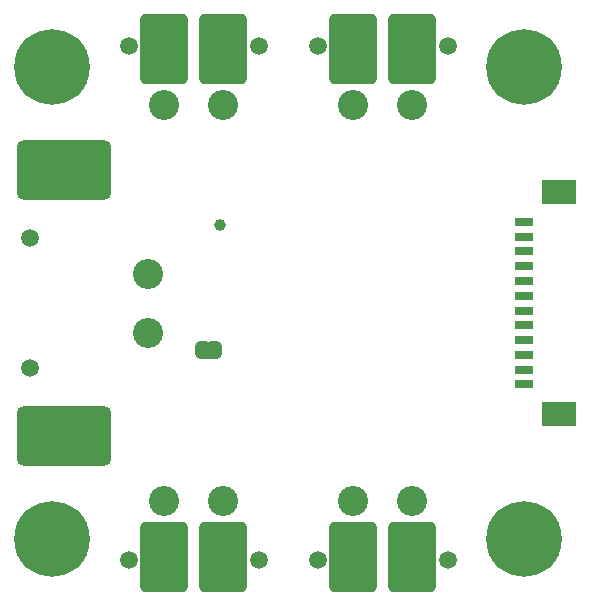
<source format=gbr>
%TF.GenerationSoftware,KiCad,Pcbnew,9.0.1*%
%TF.CreationDate,2025-07-05T19:11:38+01:00*%
%TF.ProjectId,PDB_AURA,5044425f-4155-4524-912e-6b696361645f,rev?*%
%TF.SameCoordinates,Original*%
%TF.FileFunction,Soldermask,Bot*%
%TF.FilePolarity,Negative*%
%FSLAX46Y46*%
G04 Gerber Fmt 4.6, Leading zero omitted, Abs format (unit mm)*
G04 Created by KiCad (PCBNEW 9.0.1) date 2025-07-05 19:11:38*
%MOMM*%
%LPD*%
G01*
G04 APERTURE LIST*
G04 Aperture macros list*
%AMRoundRect*
0 Rectangle with rounded corners*
0 $1 Rounding radius*
0 $2 $3 $4 $5 $6 $7 $8 $9 X,Y pos of 4 corners*
0 Add a 4 corners polygon primitive as box body*
4,1,4,$2,$3,$4,$5,$6,$7,$8,$9,$2,$3,0*
0 Add four circle primitives for the rounded corners*
1,1,$1+$1,$2,$3*
1,1,$1+$1,$4,$5*
1,1,$1+$1,$6,$7*
1,1,$1+$1,$8,$9*
0 Add four rect primitives between the rounded corners*
20,1,$1+$1,$2,$3,$4,$5,0*
20,1,$1+$1,$4,$5,$6,$7,0*
20,1,$1+$1,$6,$7,$8,$9,0*
20,1,$1+$1,$8,$9,$2,$3,0*%
%AMFreePoly0*
4,1,23,0.500000,-0.750000,0.000000,-0.750000,0.000000,-0.745722,-0.065263,-0.745722,-0.191342,-0.711940,-0.304381,-0.646677,-0.396677,-0.554381,-0.461940,-0.441342,-0.495722,-0.315263,-0.495722,-0.250000,-0.500000,-0.250000,-0.500000,0.250000,-0.495722,0.250000,-0.495722,0.315263,-0.461940,0.441342,-0.396677,0.554381,-0.304381,0.646677,-0.191342,0.711940,-0.065263,0.745722,0.000000,0.745722,
0.000000,0.750000,0.500000,0.750000,0.500000,-0.750000,0.500000,-0.750000,$1*%
%AMFreePoly1*
4,1,23,0.000000,0.745722,0.065263,0.745722,0.191342,0.711940,0.304381,0.646677,0.396677,0.554381,0.461940,0.441342,0.495722,0.315263,0.495722,0.250000,0.500000,0.250000,0.500000,-0.250000,0.495722,-0.250000,0.495722,-0.315263,0.461940,-0.441342,0.396677,-0.554381,0.304381,-0.646677,0.191342,-0.711940,0.065263,-0.745722,0.000000,-0.745722,0.000000,-0.750000,-0.500000,-0.750000,
-0.500000,0.750000,0.000000,0.750000,0.000000,0.745722,0.000000,0.745722,$1*%
G04 Aperture macros list end*
%ADD10C,2.550000*%
%ADD11C,1.500000*%
%ADD12RoundRect,0.500000X-3.500000X-2.000000X3.500000X-2.000000X3.500000X2.000000X-3.500000X2.000000X0*%
%ADD13C,0.800000*%
%ADD14C,6.400000*%
%ADD15RoundRect,0.400000X-1.600000X2.600000X-1.600000X-2.600000X1.600000X-2.600000X1.600000X2.600000X0*%
%ADD16FreePoly0,0.000000*%
%ADD17FreePoly1,0.000000*%
%ADD18RoundRect,0.400000X1.600000X-2.600000X1.600000X2.600000X-1.600000X2.600000X-1.600000X-2.600000X0*%
%ADD19R,1.600000X0.800000*%
%ADD20R,3.000000X2.100000*%
%ADD21C,1.000000*%
G04 APERTURE END LIST*
%TO.C,JP100*%
G36*
X68100000Y-79750000D02*
G01*
X68400000Y-79750000D01*
X68400000Y-78250000D01*
X68100000Y-78250000D01*
X68100000Y-79750000D01*
G37*
%TD*%
D10*
%TO.C,J304*%
X85500000Y-91750000D03*
X80500000Y-91750000D03*
D11*
X88500000Y-96750000D03*
X77500000Y-96750000D03*
%TD*%
D10*
%TO.C,J303*%
X69500000Y-91750000D03*
X64500000Y-91750000D03*
D11*
X72500000Y-96750000D03*
X61500000Y-96750000D03*
%TD*%
D10*
%TO.C,J301*%
X80500000Y-58250000D03*
X85500000Y-58250000D03*
D11*
X77500000Y-53250000D03*
X88500000Y-53250000D03*
%TD*%
D10*
%TO.C,J300*%
X64500000Y-58250000D03*
X69500000Y-58250000D03*
D11*
X61500000Y-53250000D03*
X72500000Y-53250000D03*
%TD*%
D12*
%TO.C,J102*%
X56000000Y-63750000D03*
%TD*%
D13*
%TO.C,H102*%
X92600000Y-55000000D03*
X93302944Y-53302944D03*
X93302944Y-56697056D03*
X95000000Y-52600000D03*
D14*
X95000000Y-55000000D03*
D13*
X95000000Y-57400000D03*
X96697056Y-53302944D03*
X96697056Y-56697056D03*
X97400000Y-55000000D03*
%TD*%
D10*
%TO.C,J100*%
X63162000Y-77500000D03*
X63162000Y-72500000D03*
D11*
X53162000Y-69500000D03*
X53162000Y-80500000D03*
%TD*%
D13*
%TO.C,H101*%
X52600000Y-55000000D03*
X53302944Y-53302944D03*
X53302944Y-56697056D03*
X55000000Y-52600000D03*
D14*
X55000000Y-55000000D03*
D13*
X55000000Y-57400000D03*
X56697056Y-53302944D03*
X56697056Y-56697056D03*
X57400000Y-55000000D03*
%TD*%
%TO.C,H100*%
X92600000Y-95000000D03*
X93302944Y-93302944D03*
X93302944Y-96697056D03*
X95000000Y-92600000D03*
D14*
X95000000Y-95000000D03*
D13*
X95000000Y-97400000D03*
X96697056Y-93302944D03*
X96697056Y-96697056D03*
X97400000Y-95000000D03*
%TD*%
%TO.C,H103*%
X52600000Y-95000000D03*
X53302944Y-93302944D03*
X53302944Y-96697056D03*
X55000000Y-92600000D03*
D14*
X55000000Y-95000000D03*
D13*
X55000000Y-97400000D03*
X56697056Y-93302944D03*
X56697056Y-96697056D03*
X57400000Y-95000000D03*
%TD*%
D12*
%TO.C,J101*%
X56000000Y-86250000D03*
%TD*%
D15*
%TO.C,J312*%
X69500000Y-96500000D03*
%TD*%
%TO.C,J307*%
X80500000Y-53500000D03*
%TD*%
%TO.C,J306*%
X69500000Y-53500000D03*
%TD*%
D16*
%TO.C,JP100*%
X67600000Y-79000000D03*
D17*
X68900000Y-79000000D03*
%TD*%
D18*
%TO.C,J308*%
X85500000Y-53500000D03*
%TD*%
%TO.C,J309*%
X80500000Y-96500000D03*
%TD*%
D15*
%TO.C,J310*%
X85500000Y-96500000D03*
%TD*%
D19*
%TO.C,J302*%
X95008000Y-68125000D03*
X95008000Y-69375000D03*
X95008000Y-70625000D03*
X95008000Y-71875000D03*
X95008000Y-73125000D03*
X95008000Y-74375000D03*
X95008000Y-75625000D03*
X95008000Y-76875000D03*
X95008000Y-78125000D03*
X95008000Y-79375000D03*
X95008000Y-80625000D03*
X95008000Y-81875000D03*
D20*
X97908000Y-65575000D03*
X97908000Y-84425000D03*
%TD*%
D21*
%TO.C,TP201*%
X69250000Y-68350000D03*
%TD*%
D18*
%TO.C,J305*%
X64500000Y-53500000D03*
%TD*%
%TO.C,J311*%
X64500000Y-96500000D03*
%TD*%
M02*

</source>
